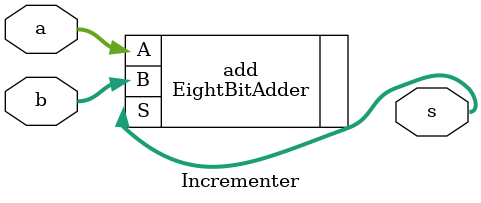
<source format=v>
`timescale 1ns / 1ps


module Incrementer(
    input [7:0] a,
    input [1:0] b,
    output [7:0] s
    );
    
    EightBitAdder add (.A(a), .B(b), .S(s));
endmodule

</source>
